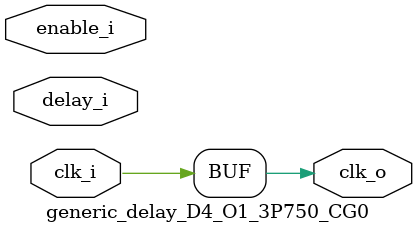
<source format=sv>


// Based on work of:
// Fabian Schuiki <fschuiki@iis.ee.ethz.ch>
// Florian Zaruba <zarubaf@iis.ee.ethz.ch>

// Automatically generated
`timescale 1ps/1ps
  
(* no_ungroup *)
(* no_boundary_optimization *)
module generic_delay_D4_O1_3P750_CG0 (
  input  logic       clk_i,
  input  logic       enable_i,
  input  logic [4-1:0] delay_i,
  output logic [1-1:0] clk_o
);

   assign clk_o[0] = clk_i;
        
endmodule


</source>
